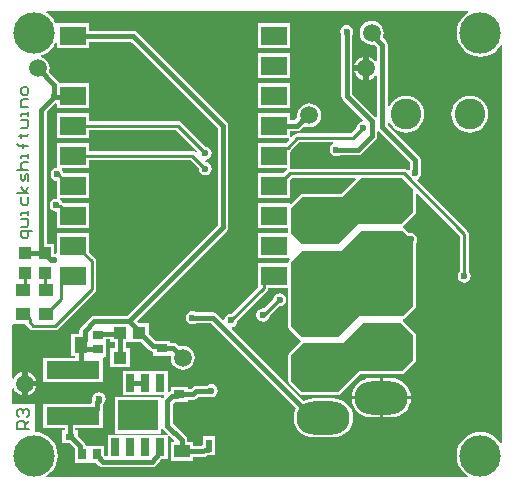
<source format=gtl>
G04*
G04 #@! TF.GenerationSoftware,Altium Limited,Altium Designer,24.9.1 (31)*
G04*
G04 Layer_Physical_Order=1*
G04 Layer_Color=255*
%FSLAX44Y44*%
%MOMM*%
G71*
G04*
G04 #@! TF.SameCoordinates,72FE2189-96E8-42F3-8E64-FE2F012302BB*
G04*
G04*
G04 #@! TF.FilePolarity,Positive*
G04*
G01*
G75*
%ADD10C,0.2000*%
%ADD11C,1.5000*%
%ADD12R,0.5000X1.0750*%
%ADD13R,2.2000X1.6000*%
%ADD14R,1.3000X1.1000*%
%ADD15O,4.5000X2.8000*%
%ADD16R,1.0621X1.1350*%
%ADD17R,0.7500X0.9000*%
%ADD18R,1.1350X1.0621*%
%ADD19R,0.8000X0.6000*%
%ADD20R,1.1000X1.3500*%
%ADD21R,4.5000X1.6000*%
%ADD22R,3.4500X2.5600*%
%ADD23R,0.7000X1.5250*%
%ADD24R,1.3500X1.1000*%
%ADD25R,0.9000X0.7500*%
%ADD37C,0.4000*%
%ADD38C,0.2540*%
%ADD39C,2.6000*%
%ADD40C,3.5000*%
%ADD41C,0.6000*%
G36*
X388627Y396178D02*
X387812Y395743D01*
X384761Y393239D01*
X382257Y390187D01*
X380396Y386706D01*
X379250Y382929D01*
X378863Y379000D01*
X379250Y375071D01*
X380396Y371294D01*
X382257Y367812D01*
X384761Y364761D01*
X387812Y362257D01*
X391294Y360396D01*
X395071Y359250D01*
X399000Y358863D01*
X402929Y359250D01*
X406706Y360396D01*
X410187Y362257D01*
X413239Y364761D01*
X415743Y367812D01*
X416178Y368627D01*
X417410Y368318D01*
Y31682D01*
X416178Y31373D01*
X415743Y32188D01*
X413239Y35239D01*
X410187Y37743D01*
X406706Y39604D01*
X402929Y40750D01*
X399000Y41137D01*
X395071Y40750D01*
X391294Y39604D01*
X387812Y37743D01*
X384761Y35239D01*
X382257Y32188D01*
X380396Y28706D01*
X379250Y24929D01*
X378863Y21000D01*
X379250Y17071D01*
X380396Y13294D01*
X382257Y9812D01*
X384761Y6761D01*
X387812Y4257D01*
X388627Y3822D01*
X388318Y2590D01*
X31682D01*
X31373Y3822D01*
X32188Y4257D01*
X35239Y6761D01*
X37743Y9812D01*
X39604Y13294D01*
X40750Y17071D01*
X41137Y21000D01*
X40750Y24929D01*
X39604Y28706D01*
X37743Y32188D01*
X35239Y35239D01*
X32188Y37743D01*
X28706Y39604D01*
X24929Y40750D01*
X21538Y41084D01*
Y64871D01*
X2590D01*
Y77578D01*
X3860Y77831D01*
X4230Y76937D01*
X5839Y74839D01*
X7937Y73230D01*
X10379Y72218D01*
X10500Y72203D01*
Y82000D01*
Y91798D01*
X10379Y91782D01*
X7937Y90770D01*
X5839Y89161D01*
X4230Y87063D01*
X3860Y86169D01*
X2590Y86422D01*
Y131343D01*
X2960Y132460D01*
X13606D01*
X13641Y132283D01*
X14483Y131023D01*
X17253Y128253D01*
X18513Y127411D01*
X20000Y127115D01*
X39000D01*
X40487Y127411D01*
X41747Y128253D01*
X72747Y159253D01*
X73589Y160513D01*
X73885Y162000D01*
Y185710D01*
X73589Y187197D01*
X72747Y188457D01*
X67450Y193754D01*
Y209340D01*
X40370D01*
Y192775D01*
X39100Y191733D01*
X38163Y191919D01*
X37851Y192175D01*
Y200369D01*
X31629D01*
Y312083D01*
X39100Y319554D01*
X39147Y319553D01*
X40370Y318528D01*
Y315260D01*
X67450D01*
Y336340D01*
X42362D01*
X42277Y336771D01*
X41273Y338273D01*
X41273Y338273D01*
X33602Y345945D01*
X33782Y346379D01*
X34127Y349000D01*
X33782Y351621D01*
X32770Y354063D01*
X31161Y356161D01*
X29063Y357770D01*
X27102Y358582D01*
X27168Y359929D01*
X28706Y360396D01*
X32188Y362257D01*
X35239Y364761D01*
X37743Y367812D01*
X39100Y370351D01*
X40370Y370033D01*
Y366060D01*
X67450D01*
Y371371D01*
X103083D01*
X176371Y298083D01*
Y216366D01*
X99484Y139480D01*
X72180D01*
X72180Y139480D01*
X70409Y139127D01*
X68907Y138124D01*
X68907Y138124D01*
X60727Y129944D01*
X59723Y128442D01*
X59371Y126671D01*
X59371Y126670D01*
Y124290D01*
X52460D01*
Y105710D01*
X55871D01*
Y104040D01*
X28960D01*
Y82960D01*
X79040D01*
Y104040D01*
X80033Y104710D01*
X82040D01*
Y119371D01*
X85631D01*
Y117149D01*
X89217D01*
Y111851D01*
X85631D01*
Y96149D01*
X102061D01*
Y111851D01*
X98475D01*
Y117149D01*
X111823D01*
X118495Y110477D01*
X119997Y109473D01*
X121769Y109121D01*
X121960Y107887D01*
Y105710D01*
X135817D01*
X137000Y104962D01*
X136873Y104000D01*
X137218Y101379D01*
X138230Y98937D01*
X139839Y96839D01*
X141937Y95230D01*
X144379Y94218D01*
X147000Y93873D01*
X149621Y94218D01*
X152063Y95230D01*
X154161Y96839D01*
X155770Y98937D01*
X156782Y101379D01*
X157127Y104000D01*
X156782Y106621D01*
X155770Y109063D01*
X154161Y111161D01*
X152063Y112770D01*
X149621Y113782D01*
X147000Y114127D01*
X144379Y113782D01*
X143945Y113602D01*
X142273Y115273D01*
X140771Y116277D01*
X139000Y116629D01*
X139000Y116629D01*
X136040D01*
Y118290D01*
X127697D01*
X127250Y118379D01*
X127250Y118379D01*
X123686D01*
X118369Y123696D01*
Y132851D01*
X109883D01*
X109752Y133047D01*
X109752Y133047D01*
X107948Y134851D01*
X184273Y211176D01*
X184273Y211176D01*
X185277Y212677D01*
X185629Y214449D01*
Y300000D01*
X185629Y300000D01*
X185277Y301771D01*
X184273Y303273D01*
X184273Y303273D01*
X108273Y379273D01*
X106771Y380277D01*
X105000Y380629D01*
X105000Y380629D01*
X67450D01*
Y387140D01*
X40370D01*
X40370Y387140D01*
Y387140D01*
X39193Y387475D01*
X37743Y390187D01*
X35239Y393239D01*
X32188Y395743D01*
X31373Y396178D01*
X31682Y397410D01*
X388318D01*
X388627Y396178D01*
D02*
G37*
%LPC*%
G36*
X237630Y387140D02*
X210550D01*
Y366060D01*
X237630D01*
Y387140D01*
D02*
G37*
G36*
X307000Y389127D02*
X304379Y388782D01*
X301937Y387770D01*
X299839Y386161D01*
X298230Y384063D01*
X297218Y381621D01*
X296873Y379000D01*
X297218Y376379D01*
X298230Y373937D01*
X299839Y371839D01*
X301937Y370230D01*
X304379Y369218D01*
X307000Y368873D01*
X309199Y369163D01*
X311371Y366991D01*
Y355366D01*
X310101Y354935D01*
X309161Y356161D01*
X307063Y357770D01*
X304621Y358782D01*
X304500Y358797D01*
Y349000D01*
Y339202D01*
X304621Y339218D01*
X307063Y340230D01*
X309161Y341839D01*
X310101Y343065D01*
X311371Y342634D01*
Y307822D01*
X310101Y307436D01*
X310083Y307463D01*
X310083Y307463D01*
X290418Y327128D01*
Y376956D01*
X291008Y377838D01*
X291438Y380000D01*
X291008Y382162D01*
X289783Y383994D01*
X287951Y385219D01*
X285789Y385648D01*
X283628Y385219D01*
X281795Y383994D01*
X280571Y382162D01*
X280141Y380000D01*
X280571Y377838D01*
X281160Y376956D01*
Y325211D01*
X281160Y325211D01*
X281513Y323439D01*
X282516Y321937D01*
X299693Y304761D01*
X299052Y303605D01*
X297108Y303219D01*
X295276Y301994D01*
X294051Y300162D01*
X293621Y298000D01*
X293647Y297871D01*
X289661Y293885D01*
X244000D01*
X242513Y293589D01*
X241253Y292747D01*
X238900Y290394D01*
X237630Y290920D01*
Y295771D01*
X243508D01*
X243508Y295771D01*
X245280Y296123D01*
X246781Y297127D01*
X249607Y299953D01*
X251379Y299218D01*
X254000Y298873D01*
X256621Y299218D01*
X259063Y300230D01*
X261161Y301839D01*
X262770Y303937D01*
X263782Y306379D01*
X264127Y309000D01*
X263782Y311621D01*
X262770Y314063D01*
X261161Y316161D01*
X259063Y317770D01*
X256621Y318782D01*
X254000Y319127D01*
X251379Y318782D01*
X248937Y317770D01*
X246839Y316161D01*
X245230Y314063D01*
X244218Y311621D01*
X243873Y309000D01*
X244070Y307508D01*
X241591Y305029D01*
X237630D01*
Y310940D01*
X210550D01*
Y289860D01*
X236570D01*
X237096Y288590D01*
X234121Y285615D01*
X230820D01*
X230445Y285540D01*
X210550D01*
Y264460D01*
X235021D01*
X235406Y263190D01*
X234743Y262747D01*
X232136Y260140D01*
X210550D01*
Y239060D01*
X237630D01*
Y254646D01*
X239099Y256115D01*
X292794D01*
X293280Y254942D01*
X280927Y242590D01*
X248000D01*
X247009Y242393D01*
X246169Y241831D01*
X238654Y234316D01*
X237630Y234740D01*
Y234740D01*
X210550D01*
Y213660D01*
X236410D01*
Y209340D01*
X210550D01*
Y188260D01*
X236799Y188260D01*
X236801Y188260D01*
X236851Y188141D01*
X237328Y186990D01*
X237169Y186831D01*
X236607Y185991D01*
X236410Y185000D01*
Y183940D01*
X210550D01*
Y163550D01*
X188000Y141000D01*
X187871Y141026D01*
X185709Y140596D01*
X183877Y139371D01*
X182652Y137539D01*
X182429Y136414D01*
X181050Y135996D01*
X175927Y141119D01*
X174425Y142123D01*
X172654Y142475D01*
X172654Y142475D01*
X158044D01*
X157162Y143065D01*
X155000Y143495D01*
X152838Y143065D01*
X151006Y141840D01*
X149781Y140008D01*
X149352Y137846D01*
X149781Y135684D01*
X151006Y133852D01*
X152838Y132627D01*
X155000Y132198D01*
X157162Y132627D01*
X158044Y133217D01*
X170737D01*
X242998Y60956D01*
X242145Y59360D01*
X241199Y56242D01*
X240880Y53000D01*
X241199Y49758D01*
X242145Y46640D01*
X243681Y43766D01*
X245748Y41248D01*
X248266Y39181D01*
X251140Y37645D01*
X254258Y36699D01*
X257500Y36380D01*
X274500D01*
X277742Y36699D01*
X280860Y37645D01*
X283734Y39181D01*
X286252Y41248D01*
X288319Y43766D01*
X289855Y46640D01*
X290801Y49758D01*
X291120Y53000D01*
X290801Y56242D01*
X289855Y59360D01*
X288319Y62234D01*
X286252Y64752D01*
X283734Y66819D01*
X280860Y68355D01*
X277742Y69301D01*
X274500Y69620D01*
X257500D01*
X254258Y69301D01*
X251140Y68355D01*
X249544Y67502D01*
X188489Y128557D01*
X188908Y129935D01*
X190033Y130159D01*
X191865Y131383D01*
X193089Y133216D01*
X193519Y135377D01*
X193494Y135506D01*
X218319Y160331D01*
X219161Y161591D01*
X219413Y162860D01*
X236410D01*
Y130000D01*
X236607Y129009D01*
X237169Y128169D01*
X246169Y119169D01*
X246527Y118930D01*
X246628Y118756D01*
X246774Y117599D01*
X246724Y117387D01*
X237169Y107831D01*
X236607Y106991D01*
X236410Y106000D01*
Y84000D01*
X236607Y83009D01*
X237169Y82169D01*
X246169Y73169D01*
X247009Y72607D01*
X248000Y72410D01*
X278000D01*
X278991Y72607D01*
X279831Y73169D01*
X297073Y90410D01*
X333000D01*
X333991Y90607D01*
X334831Y91169D01*
X343831Y100169D01*
X344393Y101009D01*
X344590Y102000D01*
Y123000D01*
X344393Y123991D01*
X343831Y124831D01*
X333831Y134831D01*
X333313Y135178D01*
X333444Y136492D01*
X333447Y136499D01*
X333991Y136607D01*
X334831Y137169D01*
X343831Y146169D01*
X344393Y147009D01*
X344590Y148000D01*
Y200897D01*
X345219Y201838D01*
X345648Y204000D01*
X345219Y206162D01*
X343994Y207994D01*
X342162Y209219D01*
X340000Y209648D01*
X338344Y209319D01*
X334831Y212831D01*
X333991Y213393D01*
X333447Y213501D01*
X333444Y213508D01*
X333313Y214822D01*
X333831Y215169D01*
X343831Y225169D01*
X344393Y226009D01*
X344590Y227000D01*
Y242257D01*
X345763Y242743D01*
X381385Y207121D01*
Y177067D01*
X381276Y176994D01*
X380051Y175162D01*
X379621Y173000D01*
X380051Y170838D01*
X381276Y169006D01*
X383108Y167781D01*
X385270Y167351D01*
X387431Y167781D01*
X389264Y169006D01*
X390489Y170838D01*
X390919Y173000D01*
X390489Y175162D01*
X389264Y176994D01*
X389155Y177067D01*
Y208730D01*
X388859Y210217D01*
X388017Y211477D01*
X345574Y253920D01*
X345906Y255384D01*
X347309Y256321D01*
X348534Y258154D01*
X348964Y260315D01*
X348534Y262477D01*
X348327Y262787D01*
Y271302D01*
X348327Y271302D01*
X347975Y273073D01*
X346971Y274575D01*
X346971Y274575D01*
X320629Y300917D01*
Y303097D01*
X321899Y303415D01*
X323016Y301325D01*
X324958Y298958D01*
X327325Y297016D01*
X330024Y295574D01*
X332954Y294685D01*
X336000Y294385D01*
X339046Y294685D01*
X341976Y295574D01*
X344675Y297016D01*
X347042Y298958D01*
X348983Y301325D01*
X350426Y304024D01*
X351315Y306954D01*
X351615Y310000D01*
X351315Y313046D01*
X350426Y315976D01*
X348983Y318675D01*
X347042Y321042D01*
X344675Y322984D01*
X341976Y324426D01*
X339046Y325315D01*
X336000Y325615D01*
X332954Y325315D01*
X330024Y324426D01*
X327325Y322984D01*
X324958Y321042D01*
X323016Y318675D01*
X321899Y316585D01*
X320629Y316903D01*
Y368908D01*
X320629Y368908D01*
X320277Y370680D01*
X319273Y372181D01*
X319273Y372181D01*
X316282Y375173D01*
X316782Y376379D01*
X317127Y379000D01*
X316782Y381621D01*
X315770Y384063D01*
X314161Y386161D01*
X312063Y387770D01*
X309621Y388782D01*
X307000Y389127D01*
D02*
G37*
G36*
X299500Y358797D02*
X299379Y358782D01*
X296937Y357770D01*
X294839Y356161D01*
X293230Y354063D01*
X292218Y351621D01*
X292202Y351500D01*
X299500D01*
Y358797D01*
D02*
G37*
G36*
X237630Y361740D02*
X210550D01*
Y340660D01*
X237630D01*
Y361740D01*
D02*
G37*
G36*
X299500Y346500D02*
X292202D01*
X292218Y346379D01*
X293230Y343937D01*
X294839Y341839D01*
X296937Y340230D01*
X299379Y339218D01*
X299500Y339202D01*
Y346500D01*
D02*
G37*
G36*
X237630Y336340D02*
X210550D01*
Y315260D01*
X237630D01*
Y336340D01*
D02*
G37*
G36*
X390000Y325615D02*
X386954Y325315D01*
X384024Y324426D01*
X381325Y322984D01*
X378958Y321042D01*
X377016Y318675D01*
X375574Y315976D01*
X374685Y313046D01*
X374385Y310000D01*
X374685Y306954D01*
X375574Y304024D01*
X377016Y301325D01*
X378958Y298958D01*
X381325Y297016D01*
X384024Y295574D01*
X386954Y294685D01*
X390000Y294385D01*
X393046Y294685D01*
X395976Y295574D01*
X398675Y297016D01*
X401042Y298958D01*
X402984Y301325D01*
X404426Y304024D01*
X405315Y306954D01*
X405615Y310000D01*
X405315Y313046D01*
X404426Y315976D01*
X402984Y318675D01*
X401042Y321042D01*
X398675Y322984D01*
X395976Y324426D01*
X393046Y325315D01*
X390000Y325615D01*
D02*
G37*
G36*
X67450Y310940D02*
X40370D01*
Y289860D01*
X67450D01*
Y296515D01*
X140991D01*
X159569Y277937D01*
X159542Y277748D01*
X158191Y277302D01*
X157747Y277747D01*
X156487Y278589D01*
X155000Y278885D01*
X67440D01*
Y285540D01*
X40360D01*
Y264757D01*
X40360Y264757D01*
X40360D01*
X39210Y264367D01*
X38463Y264219D01*
X36631Y262994D01*
X35406Y261162D01*
X34976Y259000D01*
X35406Y256838D01*
X36631Y255006D01*
X38463Y253781D01*
X40370Y253402D01*
Y239870D01*
X40079Y238908D01*
X39326Y238514D01*
X37838Y238218D01*
X36006Y236994D01*
X34781Y235162D01*
X34351Y233000D01*
X34781Y230838D01*
X36006Y229006D01*
X37838Y227781D01*
X40000Y227351D01*
X40370Y227048D01*
Y213660D01*
X67450D01*
Y234740D01*
X45864D01*
X45519Y235085D01*
X45069Y235385D01*
X43994Y236994D01*
X42803Y237790D01*
X43188Y239060D01*
X67450D01*
Y260140D01*
X46047D01*
X45844Y261162D01*
X44619Y262994D01*
X44326Y263190D01*
X44711Y264460D01*
X67440D01*
Y271115D01*
X153391D01*
X160377Y264129D01*
X160352Y264000D01*
X160781Y261838D01*
X162006Y260006D01*
X163838Y258781D01*
X166000Y258351D01*
X168162Y258781D01*
X169994Y260006D01*
X171219Y261838D01*
X171649Y264000D01*
X171219Y266162D01*
X169994Y267994D01*
X168162Y269219D01*
X166386Y269572D01*
X166003Y270155D01*
X166397Y271197D01*
X166673Y271485D01*
X168162Y271781D01*
X169994Y273006D01*
X171219Y274838D01*
X171649Y277000D01*
X171219Y279162D01*
X169994Y280994D01*
X168162Y282219D01*
X166000Y282649D01*
X165871Y282623D01*
X145347Y303147D01*
X144087Y303989D01*
X142600Y304285D01*
X67450D01*
Y310940D01*
D02*
G37*
G36*
X229000Y158649D02*
X226838Y158219D01*
X225006Y156994D01*
X223781Y155162D01*
X223437Y153431D01*
X215546Y145540D01*
X215000Y145648D01*
X212838Y145219D01*
X211006Y143994D01*
X209781Y142162D01*
X209352Y140000D01*
X209781Y137838D01*
X211006Y136006D01*
X212838Y134781D01*
X215000Y134352D01*
X217162Y134781D01*
X218994Y136006D01*
X220219Y137838D01*
X220563Y139569D01*
X228454Y147460D01*
X229000Y147352D01*
X231162Y147781D01*
X232994Y149006D01*
X234219Y150838D01*
X234648Y153000D01*
X234219Y155162D01*
X232994Y156994D01*
X231162Y158219D01*
X229000Y158649D01*
D02*
G37*
G36*
X15500Y91798D02*
Y84500D01*
X22798D01*
X22782Y84621D01*
X21770Y87063D01*
X20161Y89161D01*
X18063Y90770D01*
X15621Y91782D01*
X15500Y91798D01*
D02*
G37*
G36*
X22798Y79500D02*
X15500D01*
Y72203D01*
X15621Y72218D01*
X18063Y73230D01*
X20161Y74839D01*
X21770Y76937D01*
X22782Y79379D01*
X22798Y79500D01*
D02*
G37*
G36*
X323500Y86620D02*
X316270D01*
Y71270D01*
X339995D01*
X339801Y73242D01*
X338855Y76360D01*
X337319Y79234D01*
X335252Y81752D01*
X332734Y83819D01*
X329860Y85355D01*
X326742Y86301D01*
X323500Y86620D01*
D02*
G37*
G36*
X313730D02*
X306500D01*
X303258Y86301D01*
X300140Y85355D01*
X297266Y83819D01*
X294748Y81752D01*
X292681Y79234D01*
X291145Y76360D01*
X290199Y73242D01*
X290005Y71270D01*
X313730D01*
Y86620D01*
D02*
G37*
G36*
X108690Y92285D02*
Y92285D01*
X96610D01*
Y71955D01*
X108690D01*
Y71955D01*
X109310D01*
Y71955D01*
X120740D01*
X121390Y71955D01*
X122660Y71955D01*
X130749D01*
X131235Y70782D01*
X130727Y70273D01*
X130060Y69275D01*
X128790Y69660D01*
Y70340D01*
X89210D01*
Y39660D01*
X128790D01*
Y43340D01*
X130060Y43725D01*
X130727Y42727D01*
X134173Y39281D01*
X133612Y38045D01*
X133018Y38045D01*
X122660D01*
X122010Y38045D01*
Y38045D01*
X121390D01*
Y38045D01*
X109310D01*
Y38045D01*
X108690D01*
Y38045D01*
X96610D01*
Y38045D01*
X95990D01*
Y38045D01*
X83910D01*
Y20344D01*
X81452D01*
X80290Y21506D01*
Y29040D01*
X66117D01*
X64879Y29250D01*
X64527Y31021D01*
X63523Y32523D01*
X63523Y32523D01*
X58040Y38006D01*
Y42540D01*
X56129D01*
Y43960D01*
X79040D01*
Y60053D01*
X79129Y60500D01*
X79129Y60500D01*
Y64160D01*
X79452Y64644D01*
X79994Y65006D01*
X81219Y66838D01*
X81649Y69000D01*
X81219Y71162D01*
X79994Y72994D01*
X78162Y74219D01*
X76000Y74648D01*
X73838Y74219D01*
X72006Y72994D01*
X70781Y71162D01*
X70352Y69000D01*
X70517Y68169D01*
X70223Y67730D01*
X69871Y65959D01*
X69074Y65040D01*
X28960D01*
Y43960D01*
X46871D01*
Y42540D01*
X44960D01*
Y31460D01*
X51494D01*
X55621Y27333D01*
Y23750D01*
X55621Y23750D01*
X55710Y23303D01*
Y14960D01*
X73744D01*
X76262Y12442D01*
X76262Y12442D01*
X77764Y11438D01*
X79535Y11086D01*
X79535Y11086D01*
X120730D01*
X120730Y11086D01*
X122502Y11438D01*
X124004Y12442D01*
X126832Y15270D01*
X126832Y15270D01*
X127836Y16772D01*
X127891Y17049D01*
X128556Y17715D01*
X134090D01*
Y36885D01*
X134090Y37568D01*
X135326Y38128D01*
X139740Y33713D01*
X139254Y32540D01*
X136710D01*
Y16460D01*
X155290D01*
Y19871D01*
X164120D01*
X164120Y19871D01*
X165891Y20223D01*
X167393Y21227D01*
X167542Y21376D01*
X168500D01*
X168500Y21376D01*
X168947Y21465D01*
X174040D01*
Y37295D01*
X163960D01*
Y30303D01*
X163854Y30282D01*
X162352Y29278D01*
X162203Y29129D01*
X155290D01*
Y32540D01*
X150629D01*
Y34000D01*
X150629Y34000D01*
X150277Y35771D01*
X149273Y37273D01*
X138629Y47917D01*
Y65083D01*
X140167Y66621D01*
X142250D01*
X142250Y66621D01*
X142697Y66710D01*
X151040D01*
Y68371D01*
X156000D01*
X156000Y68371D01*
X157771Y68723D01*
X159273Y69727D01*
X160417Y70871D01*
X168704D01*
X168838Y70781D01*
X171000Y70352D01*
X173162Y70781D01*
X174994Y72006D01*
X176218Y73838D01*
X176649Y76000D01*
X176218Y78162D01*
X174994Y79994D01*
X173162Y81219D01*
X171000Y81649D01*
X168838Y81219D01*
X167208Y80129D01*
X158500D01*
X158500Y80129D01*
X156729Y79777D01*
X155227Y78773D01*
X154083Y77629D01*
X151040D01*
Y79290D01*
X136960D01*
Y75622D01*
X136479Y75527D01*
X135360Y74779D01*
X134090Y75308D01*
Y92285D01*
X122660D01*
X122010Y92285D01*
X120740Y92285D01*
X109310D01*
Y92285D01*
X108690D01*
D02*
G37*
G36*
X339995Y68730D02*
X316270D01*
Y53380D01*
X323500D01*
X326742Y53699D01*
X329860Y54645D01*
X332734Y56181D01*
X335252Y58248D01*
X337319Y60766D01*
X338855Y63640D01*
X339801Y66758D01*
X339995Y68730D01*
D02*
G37*
G36*
X313730D02*
X290005D01*
X290199Y66758D01*
X291145Y63640D01*
X292681Y60766D01*
X294748Y58248D01*
X297266Y56181D01*
X300140Y54645D01*
X303258Y53699D01*
X306500Y53380D01*
X313730D01*
Y68730D01*
D02*
G37*
%LPD*%
G36*
X312727Y295727D02*
X339069Y269385D01*
Y263932D01*
X338384Y262906D01*
X336920Y262574D01*
X336747Y262747D01*
X335487Y263589D01*
X334000Y263885D01*
X238662D01*
X237630Y264460D01*
Y278417D01*
X238477Y278983D01*
X245609Y286115D01*
X273741D01*
X274126Y284845D01*
X272852Y283994D01*
X271628Y282162D01*
X271197Y280000D01*
X271628Y277838D01*
X272852Y276006D01*
X274685Y274781D01*
X276846Y274352D01*
X279008Y274781D01*
X279890Y275371D01*
X295000D01*
X295000Y275371D01*
X296771Y275723D01*
X298273Y276727D01*
X310083Y288537D01*
X310083Y288537D01*
X311087Y290039D01*
X311439Y291810D01*
X311439Y291810D01*
Y295368D01*
X312709Y295754D01*
X312727Y295727D01*
D02*
G37*
G36*
X342000Y246506D02*
Y227000D01*
X332000Y217000D01*
X295000D01*
X278000Y200000D01*
X248000D01*
X239000Y209000D01*
Y231000D01*
X248000Y240000D01*
X282000D01*
X298115Y256115D01*
X332391D01*
X342000Y246506D01*
D02*
G37*
G36*
Y202000D02*
Y148000D01*
X333000Y139000D01*
X296000D01*
X278000Y121000D01*
X248000D01*
X239000Y130000D01*
Y185000D01*
X248000Y194000D01*
X281000D01*
X298000Y211000D01*
X333000D01*
X342000Y202000D01*
D02*
G37*
G36*
Y123000D02*
Y102000D01*
X333000Y93000D01*
X296000D01*
X278000Y75000D01*
X248000D01*
X239000Y84000D01*
Y106000D01*
X249000Y116000D01*
X283000D01*
X300000Y133000D01*
X332000D01*
X342000Y123000D01*
D02*
G37*
D10*
X16998Y43669D02*
X7002D01*
Y48668D01*
X8668Y50334D01*
X12000D01*
X13666Y48668D01*
Y43669D01*
Y47002D02*
X16998Y50334D01*
X8668Y53666D02*
X7002Y55332D01*
Y58664D01*
X8668Y60331D01*
X10334D01*
X12000Y58664D01*
Y56998D01*
Y58664D01*
X13666Y60331D01*
X15332D01*
X16998Y58664D01*
Y55332D01*
X15332Y53666D01*
X19664Y211518D02*
X9668D01*
Y206520D01*
X11334Y204854D01*
X14666D01*
X16332Y206520D01*
Y211518D01*
X9668Y214851D02*
X14666D01*
X16332Y216517D01*
Y221515D01*
X9668D01*
X16332Y224848D02*
Y228180D01*
Y226514D01*
X9668D01*
Y224848D01*
Y239843D02*
Y234844D01*
X11334Y233178D01*
X14666D01*
X16332Y234844D01*
Y239843D01*
Y243175D02*
X6335D01*
X13000D02*
X9668Y248173D01*
X13000Y243175D02*
X16332Y248173D01*
Y253172D02*
Y258170D01*
X14666Y259836D01*
X13000Y258170D01*
Y254838D01*
X11334Y253172D01*
X9668Y254838D01*
Y259836D01*
X6335Y263169D02*
X16332D01*
X11334D01*
X9668Y264835D01*
Y268167D01*
X11334Y269833D01*
X16332D01*
Y273165D02*
Y276498D01*
Y274832D01*
X9668D01*
Y273165D01*
X16332Y283162D02*
X8002D01*
X11334D01*
Y281496D01*
Y284828D01*
Y283162D01*
X8002D01*
X6335Y284828D01*
X8002Y291493D02*
X9668D01*
Y289827D01*
Y293159D01*
Y291493D01*
X14666D01*
X16332Y293159D01*
X9668Y298157D02*
X14666D01*
X16332Y299823D01*
Y304822D01*
X9668D01*
X16332Y308154D02*
Y311486D01*
Y309820D01*
X9668D01*
Y308154D01*
X16332Y316485D02*
X9668D01*
Y321483D01*
X11334Y323149D01*
X16332D01*
Y328148D02*
Y331480D01*
X14666Y333146D01*
X11334D01*
X9668Y331480D01*
Y328148D01*
X11334Y326482D01*
X14666D01*
X16332Y328148D01*
D11*
X254000Y309000D02*
D03*
X307000Y379000D02*
D03*
X24000Y349000D02*
D03*
X302000D02*
D03*
X13000Y82000D02*
D03*
X147000Y104000D02*
D03*
D12*
X169000Y52620D02*
D03*
Y29380D02*
D03*
D13*
X224090Y198800D02*
D03*
Y224200D02*
D03*
Y249600D02*
D03*
Y275000D02*
D03*
Y300400D02*
D03*
Y351200D02*
D03*
Y376600D02*
D03*
X53910Y325800D02*
D03*
Y351200D02*
D03*
Y376600D02*
D03*
X224090Y325800D02*
D03*
Y173400D02*
D03*
X53910D02*
D03*
Y198800D02*
D03*
Y224200D02*
D03*
Y249600D02*
D03*
X53900Y275000D02*
D03*
X53910Y300400D02*
D03*
D14*
X12000Y161500D02*
D03*
Y140500D02*
D03*
X31000D02*
D03*
Y161500D02*
D03*
D15*
X315000Y158000D02*
D03*
Y192000D02*
D03*
X266000Y219000D02*
D03*
X315000Y236000D02*
D03*
Y114000D02*
D03*
X266000Y97000D02*
D03*
Y175000D02*
D03*
Y141000D02*
D03*
X315000Y70000D02*
D03*
X266000Y53000D02*
D03*
D16*
X13000Y192154D02*
D03*
Y175846D02*
D03*
X30000Y192154D02*
D03*
Y175846D02*
D03*
D17*
X74000Y22000D02*
D03*
X62000D02*
D03*
D18*
X93846Y104000D02*
D03*
X110154D02*
D03*
Y125000D02*
D03*
X93846D02*
D03*
D19*
X76500Y37000D02*
D03*
X51500D02*
D03*
D20*
X60500Y115000D02*
D03*
X27500D02*
D03*
D21*
X54000Y54500D02*
D03*
Y93500D02*
D03*
D22*
X109000Y55000D02*
D03*
D23*
X89950Y82120D02*
D03*
X102650D02*
D03*
X115350D02*
D03*
X128050D02*
D03*
Y27880D02*
D03*
X115350D02*
D03*
X102650D02*
D03*
X89950D02*
D03*
D24*
X146000Y24500D02*
D03*
Y57500D02*
D03*
D25*
X144000Y73000D02*
D03*
Y85000D02*
D03*
X129000Y112000D02*
D03*
Y100000D02*
D03*
X75000Y123000D02*
D03*
Y111000D02*
D03*
D37*
X252108Y309000D02*
X254000D01*
X243508Y300400D02*
X252108Y309000D01*
X224090Y300400D02*
X243508D01*
X307000Y377908D02*
Y379000D01*
Y377908D02*
X316000Y368908D01*
X306810Y291810D02*
Y304190D01*
X295000Y280000D02*
X306810Y291810D01*
X276846Y280000D02*
X295000D01*
X285789Y325211D02*
Y380000D01*
Y325211D02*
X306810Y304190D01*
X316000Y299000D02*
X343698Y271302D01*
X316000Y299000D02*
Y368908D01*
X343698Y260698D02*
Y271302D01*
X343315Y260315D02*
X343698Y260698D01*
X164120Y24500D02*
X165625Y26005D01*
X146000Y24500D02*
X164120D01*
X169000Y26505D02*
Y29380D01*
X168500Y26005D02*
X169000Y26505D01*
X165625Y26005D02*
X168500D01*
X37780Y186653D02*
X38163Y186271D01*
X30000Y191789D02*
X35136Y186653D01*
X37780D01*
X75617Y68617D02*
X76000Y69000D01*
X75617Y67076D02*
Y68617D01*
X74500Y65959D02*
X75617Y67076D01*
X172654Y137846D02*
X257500Y53000D01*
X155000Y137846D02*
X172654D01*
X27000Y314000D02*
X38000Y325000D01*
X158500Y75500D02*
X169959D01*
X170459Y76000D01*
X171000D01*
X257500Y53000D02*
X266000D01*
X30000Y191789D02*
Y192154D01*
X27000Y195154D02*
Y314000D01*
Y195154D02*
X30000Y192154D01*
X54510Y376000D02*
X105000D01*
X53910Y376600D02*
X54510Y376000D01*
X105000D02*
X181000Y300000D01*
Y214449D02*
Y300000D01*
X101402Y134851D02*
X181000Y214449D01*
X38000Y325000D02*
Y335000D01*
X24000Y349000D02*
X38000Y335000D01*
Y325000D02*
X53110D01*
X53910Y325800D01*
X13000Y192154D02*
X30000D01*
X144000Y73000D02*
X156000D01*
X142250Y71250D02*
X144000Y73000D01*
X156000D02*
X158500Y75500D01*
X134000Y46000D02*
Y67000D01*
Y46000D02*
X146000Y34000D01*
X134000Y67000D02*
X138250Y71250D01*
X146000Y24500D02*
Y34000D01*
X138250Y71250D02*
X142250D01*
X139000Y112000D02*
X147000Y104000D01*
X129000Y112000D02*
X139000D01*
X54000Y54500D02*
X68500D01*
X74500Y60500D02*
Y65959D01*
X68500Y54500D02*
X74500Y60500D01*
X51500Y52000D02*
X54000Y54500D01*
X102650Y82120D02*
X115350D01*
X51500Y37000D02*
Y52000D01*
X60250Y23750D02*
Y29250D01*
Y23750D02*
X62000Y22000D01*
X51500Y37000D02*
X52500D01*
X60250Y29250D01*
X123559Y19264D02*
X128050Y23755D01*
X123559Y18543D02*
Y19264D01*
X79535Y15715D02*
X120730D01*
X74000Y21250D02*
X79535Y15715D01*
X128050Y23755D02*
Y27880D01*
X120730Y15715D02*
X123559Y18543D01*
X74000Y21250D02*
Y22000D01*
X110519Y125000D02*
X121769Y113750D01*
X127250D01*
X110154Y125000D02*
X110519D01*
X127250Y113750D02*
X129000Y112000D01*
X109789Y125000D02*
X110154D01*
X106479Y128311D02*
Y129774D01*
X101402Y134851D02*
X106479Y129774D01*
X72180Y134851D02*
X101402D01*
X64000Y126671D02*
X72180Y134851D01*
X64000Y118500D02*
Y126671D01*
X106479Y128311D02*
X109789Y125000D01*
X60500Y115000D02*
X64000Y118500D01*
X93846Y104000D02*
Y125000D01*
X92846Y124000D02*
X93846Y125000D01*
X75000Y123000D02*
X76000Y124000D01*
X92846D01*
X60500Y99500D02*
Y114500D01*
X64000Y111000D02*
X75000D01*
X60500Y114500D02*
Y115000D01*
Y114500D02*
X64000Y111000D01*
X54500Y93500D02*
X60500Y99500D01*
X54000Y93500D02*
X54500D01*
D38*
X237490Y260000D02*
X334000D01*
X385270Y173000D02*
Y208730D01*
X334000Y260000D02*
X385270Y208730D01*
X227090Y249600D02*
X237490Y260000D01*
X224090Y249600D02*
X227090D01*
X244000Y290000D02*
X291270D01*
X230820Y281730D02*
X235730D01*
X224090Y275000D02*
X230820Y281730D01*
X235730D02*
X244000Y290000D01*
X291270D02*
X299270Y298000D01*
X215572Y166670D02*
X222302Y173400D01*
X224090D01*
X215572Y163078D02*
Y166670D01*
X187871Y135377D02*
X215572Y163078D01*
X215500Y140000D02*
X228500Y153000D01*
X229000D01*
X215000Y140000D02*
X215500D01*
X13000Y140500D02*
X17230Y136270D01*
Y133770D02*
Y136270D01*
Y133770D02*
X20000Y131000D01*
X39000D01*
X53900Y275000D02*
X155000D01*
X166000Y264000D01*
X142600Y300400D02*
X166000Y277000D01*
X53910Y300400D02*
X142600D01*
X39000Y131000D02*
X70000Y162000D01*
Y185710D01*
X41510Y259000D02*
X50910Y249600D01*
X40625Y259000D02*
X41510D01*
X50910Y249600D02*
X53910D01*
X40662Y232338D02*
X42772D01*
X50910Y224200D01*
X53910D01*
X40000Y233000D02*
X40662Y232338D01*
X13000Y161500D02*
Y175846D01*
X30000Y161500D02*
Y175846D01*
X56910Y198800D02*
X70000Y185710D01*
X31000Y140500D02*
X44180Y153680D01*
X53910Y198800D02*
X56910D01*
X44180Y153680D02*
Y166670D01*
X30000Y140500D02*
X31000D01*
X44180Y166670D02*
X50910Y173400D01*
X53910D01*
D39*
X390000Y310000D02*
D03*
X336000D02*
D03*
D40*
X399000Y379000D02*
D03*
Y21000D02*
D03*
X21000D02*
D03*
Y379000D02*
D03*
D41*
X252000Y275000D02*
D03*
X406000Y326000D02*
D03*
Y246000D02*
D03*
Y86000D02*
D03*
X396000Y346000D02*
D03*
X386000Y246000D02*
D03*
X396000Y226000D02*
D03*
Y106000D02*
D03*
X386000Y86000D02*
D03*
X366000Y366000D02*
D03*
Y286000D02*
D03*
Y206000D02*
D03*
Y46000D02*
D03*
X356000Y386000D02*
D03*
X346000Y366000D02*
D03*
X356000Y66000D02*
D03*
X346000Y46000D02*
D03*
X356000Y26000D02*
D03*
X336000Y386000D02*
D03*
X326000Y46000D02*
D03*
X336000Y26000D02*
D03*
X306000Y46000D02*
D03*
X316000Y26000D02*
D03*
X296000D02*
D03*
X276000Y306000D02*
D03*
Y26000D02*
D03*
X256000D02*
D03*
X236000D02*
D03*
X216000D02*
D03*
X186000Y366000D02*
D03*
X196000Y346000D02*
D03*
X186000Y326000D02*
D03*
X196000Y306000D02*
D03*
X186000Y166000D02*
D03*
Y86000D02*
D03*
X196000Y26000D02*
D03*
X166000Y366000D02*
D03*
X176000Y346000D02*
D03*
X156000Y226000D02*
D03*
X136000D02*
D03*
X126000Y206000D02*
D03*
X116000Y226000D02*
D03*
X106000Y206000D02*
D03*
X116000Y186000D02*
D03*
X96000Y226000D02*
D03*
X86000Y206000D02*
D03*
X96000Y186000D02*
D03*
Y146000D02*
D03*
X76000Y226000D02*
D03*
Y146000D02*
D03*
X16000Y106000D02*
D03*
X276846Y280000D02*
D03*
X285789Y380000D02*
D03*
X343315Y260315D02*
D03*
X304000Y331000D02*
D03*
X187871Y135377D02*
D03*
X231000Y121000D02*
D03*
X195000Y246000D02*
D03*
X299270Y298000D02*
D03*
X385270Y173000D02*
D03*
X38163Y186271D02*
D03*
X283000Y172000D02*
D03*
Y180000D02*
D03*
X76000Y69000D02*
D03*
X298000Y185000D02*
D03*
X229000Y153000D02*
D03*
X215000Y140000D02*
D03*
X268000Y128460D02*
D03*
X275000D02*
D03*
X280433Y131814D02*
D03*
X262000Y130000D02*
D03*
X256000D02*
D03*
X224000Y326000D02*
D03*
X38000Y325000D02*
D03*
X171000Y76000D02*
D03*
X155000Y137846D02*
D03*
X166000Y264000D02*
D03*
Y277000D02*
D03*
X40625Y259000D02*
D03*
X40000Y233000D02*
D03*
X340000Y204000D02*
D03*
X265000Y151000D02*
D03*
X271000D02*
D03*
X277000D02*
D03*
X298000Y191000D02*
D03*
X299000Y165000D02*
D03*
Y159000D02*
D03*
Y153000D02*
D03*
X269000Y184000D02*
D03*
X277000Y169000D02*
D03*
Y177000D02*
D03*
Y184000D02*
D03*
X269000Y177000D02*
D03*
Y169000D02*
D03*
X329641Y108879D02*
D03*
Y118879D02*
D03*
X300000Y109000D02*
D03*
X320000Y119000D02*
D03*
X310000D02*
D03*
X300000D02*
D03*
X310000Y109000D02*
D03*
X320000D02*
D03*
X320000Y231000D02*
D03*
X310000D02*
D03*
X300000Y241000D02*
D03*
X310000D02*
D03*
X320000D02*
D03*
X300000Y231000D02*
D03*
X329641Y240879D02*
D03*
Y230879D02*
D03*
X115350Y27880D02*
D03*
X146000Y24500D02*
D03*
X128050Y82120D02*
D03*
X93846Y104000D02*
D03*
X89950Y27880D02*
D03*
M02*

</source>
